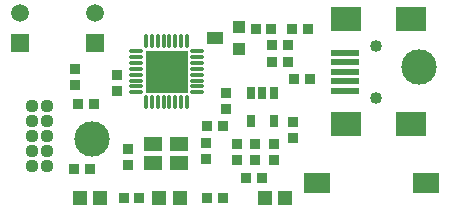
<source format=gts>
%FSLAX24Y24*%
%MOIN*%
G70*
G01*
G75*
G04 Layer_Color=8388736*
%ADD10R,0.0256X0.0354*%
%ADD11R,0.0551X0.0472*%
%ADD12R,0.1378X0.1378*%
%ADD13O,0.0394X0.0098*%
%ADD14O,0.0098X0.0394*%
%ADD15R,0.0866X0.0630*%
%ADD16C,0.0394*%
%ADD17R,0.0413X0.0425*%
%ADD18R,0.0315X0.0295*%
%ADD19R,0.0295X0.0315*%
%ADD20R,0.0360X0.0360*%
%ADD21R,0.0500X0.0360*%
%ADD22R,0.0984X0.0787*%
%ADD23R,0.0906X0.0197*%
%ADD24C,0.0060*%
%ADD25C,0.0150*%
%ADD26C,0.0400*%
%ADD27C,0.0550*%
%ADD28R,0.0550X0.0550*%
%ADD29C,0.0360*%
%ADD30C,0.0250*%
%ADD31C,0.0098*%
%ADD32C,0.0030*%
%ADD33C,0.0040*%
%ADD34C,0.0120*%
%ADD35C,0.0079*%
%ADD36C,0.0050*%
%ADD37C,0.0148*%
%ADD38R,0.0296X0.0394*%
%ADD39R,0.0591X0.0512*%
%ADD40R,0.1418X0.1418*%
%ADD41O,0.0453X0.0157*%
%ADD42O,0.0157X0.0453*%
%ADD43R,0.0906X0.0670*%
%ADD44C,0.1181*%
%ADD45R,0.0453X0.0465*%
%ADD46R,0.0355X0.0335*%
%ADD47R,0.0335X0.0355*%
%ADD48R,0.0400X0.0400*%
%ADD49R,0.0540X0.0400*%
%ADD50R,0.1024X0.0827*%
%ADD51R,0.0946X0.0237*%
%ADD52C,0.0440*%
%ADD53C,0.0590*%
%ADD54R,0.0590X0.0590*%
D26*
X12582Y5716D02*
D03*
Y3984D02*
D03*
D38*
X9164Y3210D02*
D03*
X8416D02*
D03*
Y4155D02*
D03*
X8790D02*
D03*
X9164D02*
D03*
D39*
X5135Y2435D02*
D03*
Y1805D02*
D03*
X6001D02*
D03*
Y2435D02*
D03*
D40*
X5598Y4850D02*
D03*
D41*
X4574Y4161D02*
D03*
Y4358D02*
D03*
Y4555D02*
D03*
Y4752D02*
D03*
Y4948D02*
D03*
Y5145D02*
D03*
Y5342D02*
D03*
Y5539D02*
D03*
X6621D02*
D03*
Y5342D02*
D03*
Y5145D02*
D03*
Y4948D02*
D03*
Y4752D02*
D03*
Y4555D02*
D03*
Y4358D02*
D03*
Y4161D02*
D03*
D42*
X4909Y5874D02*
D03*
X5106D02*
D03*
X5302D02*
D03*
X5499D02*
D03*
X5696D02*
D03*
X5893D02*
D03*
X6090D02*
D03*
X6287D02*
D03*
Y3826D02*
D03*
X6090D02*
D03*
X5893D02*
D03*
X5696D02*
D03*
X5499D02*
D03*
X5302D02*
D03*
X5106D02*
D03*
X4909D02*
D03*
D43*
X14251Y1130D02*
D03*
X10629D02*
D03*
D44*
X3100Y2600D02*
D03*
X14000Y5000D02*
D03*
D45*
X8879Y641D02*
D03*
X9560D02*
D03*
X2699D02*
D03*
X3380D02*
D03*
X5359D02*
D03*
X6040D02*
D03*
D46*
X8560Y1894D02*
D03*
Y2426D02*
D03*
X7960Y1894D02*
D03*
Y2426D02*
D03*
X3934Y4224D02*
D03*
Y4756D02*
D03*
X4300Y1734D02*
D03*
Y2266D02*
D03*
X6900Y2466D02*
D03*
Y1934D02*
D03*
X9810Y2644D02*
D03*
Y3176D02*
D03*
X9180Y1894D02*
D03*
Y2426D02*
D03*
X2560Y4404D02*
D03*
Y4936D02*
D03*
X7580Y4156D02*
D03*
Y3624D02*
D03*
D47*
X10306Y6280D02*
D03*
X9774D02*
D03*
X10376Y4600D02*
D03*
X9844D02*
D03*
X7486Y3030D02*
D03*
X6954D02*
D03*
X4696Y640D02*
D03*
X4164D02*
D03*
X8766Y1310D02*
D03*
X8234D02*
D03*
X2654Y3760D02*
D03*
X3186D02*
D03*
X9096Y6280D02*
D03*
X8564D02*
D03*
X2524Y1600D02*
D03*
X3056D02*
D03*
X9656Y5180D02*
D03*
X9124D02*
D03*
X7466Y640D02*
D03*
X6934D02*
D03*
X9656Y5730D02*
D03*
X9124D02*
D03*
D48*
X8010Y6350D02*
D03*
Y5600D02*
D03*
D49*
X7210Y5980D02*
D03*
D50*
X13743Y6602D02*
D03*
Y3098D02*
D03*
X11597D02*
D03*
Y6602D02*
D03*
D51*
X11558Y4220D02*
D03*
Y4535D02*
D03*
Y4850D02*
D03*
Y5165D02*
D03*
Y5480D02*
D03*
D52*
X1600Y1700D02*
D03*
X1100D02*
D03*
X1600Y2200D02*
D03*
X1100D02*
D03*
X1600Y2700D02*
D03*
X1100D02*
D03*
X1600Y3200D02*
D03*
X1100D02*
D03*
X1600Y3700D02*
D03*
X1100D02*
D03*
D53*
X3200Y6800D02*
D03*
X700D02*
D03*
D54*
X3200Y5800D02*
D03*
X700D02*
D03*
M02*

</source>
